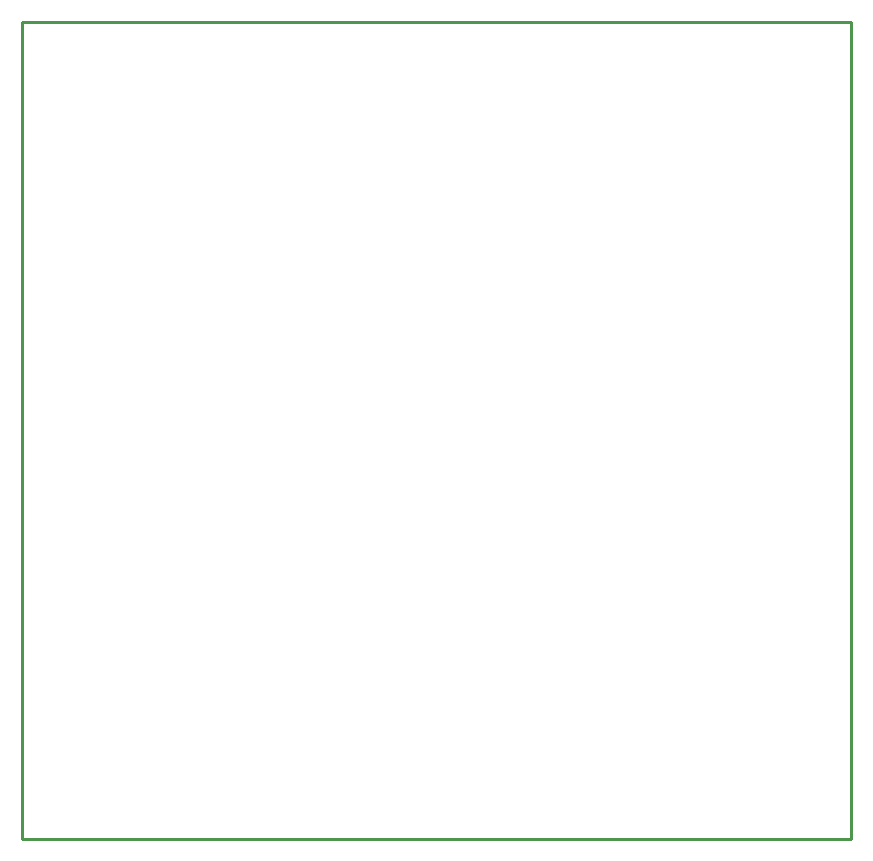
<source format=gbr>
G04 EAGLE Gerber RS-274X export*
G75*
%MOMM*%
%FSLAX34Y34*%
%LPD*%
%IN*%
%IPPOS*%
%AMOC8*
5,1,8,0,0,1.08239X$1,22.5*%
G01*
%ADD10C,0.254000*%


D10*
X0Y107950D02*
X701550Y107950D01*
X701550Y800000D01*
X0Y800000D01*
X0Y107950D01*
M02*

</source>
